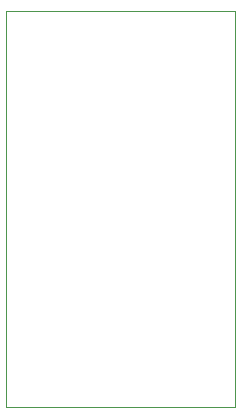
<source format=gbr>
%TF.GenerationSoftware,KiCad,Pcbnew,(5.1.10)-1*%
%TF.CreationDate,2024-03-30T22:18:20+09:00*%
%TF.ProjectId,BLEModule,424c454d-6f64-4756-9c65-2e6b69636164,rev?*%
%TF.SameCoordinates,Original*%
%TF.FileFunction,Profile,NP*%
%FSLAX46Y46*%
G04 Gerber Fmt 4.6, Leading zero omitted, Abs format (unit mm)*
G04 Created by KiCad (PCBNEW (5.1.10)-1) date 2024-03-30 22:18:20*
%MOMM*%
%LPD*%
G01*
G04 APERTURE LIST*
%TA.AperFunction,Profile*%
%ADD10C,0.100000*%
%TD*%
G04 APERTURE END LIST*
D10*
X155300000Y-92000000D02*
X135900000Y-92000000D01*
X135900000Y-92000000D02*
X135900000Y-58400000D01*
X135900000Y-58400000D02*
X155300000Y-58400000D01*
X155300000Y-58400000D02*
X155300000Y-92000000D01*
M02*

</source>
